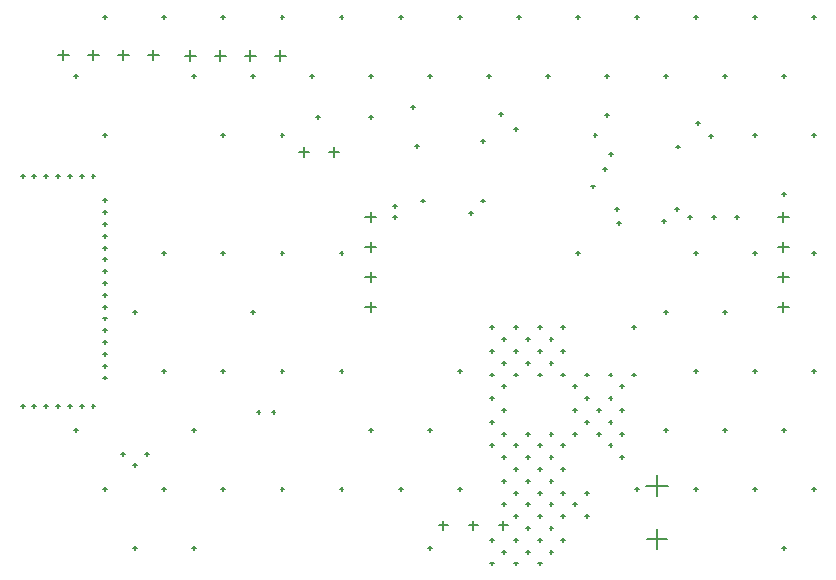
<source format=gbr>
%TF.GenerationSoftware,Altium Limited,Altium Designer,22.10.1 (41)*%
G04 Layer_Color=128*
%FSLAX45Y45*%
%MOMM*%
%TF.SameCoordinates,C9E4A285-3493-4599-8121-F693CE24ADE7*%
%TF.FilePolarity,Positive*%
%TF.FileFunction,Drillmap*%
%TF.Part,Single*%
G01*
G75*
%TA.AperFunction,NonConductor*%
%ADD48C,0.12700*%
D48*
X3573780Y693420D02*
X3649980D01*
X3611880Y655320D02*
Y731520D01*
X3827780Y693420D02*
X3903980D01*
X3865880Y655320D02*
Y731520D01*
X4081780Y693420D02*
X4157980D01*
X4119880Y655320D02*
Y731520D01*
X2952200Y2540000D02*
X3042200D01*
X2997200Y2495000D02*
Y2585000D01*
X2952200Y2794000D02*
X3042200D01*
X2997200Y2749000D02*
Y2839000D01*
X2952200Y3048000D02*
X3042200D01*
X2997200Y3003000D02*
Y3093000D01*
X2952200Y3302000D02*
X3042200D01*
X2997200Y3257000D02*
Y3347000D01*
X1425000Y4670000D02*
X1515000D01*
X1470000Y4625000D02*
Y4715000D01*
X1679000Y4670000D02*
X1769000D01*
X1724000Y4625000D02*
Y4715000D01*
X1933000Y4670000D02*
X2023000D01*
X1978000Y4625000D02*
Y4715000D01*
X2187000Y4670000D02*
X2277000D01*
X2232000Y4625000D02*
Y4715000D01*
X5330000Y1030000D02*
X5510000D01*
X5420000Y940000D02*
Y1120000D01*
X5335000Y580000D02*
X5505000D01*
X5420000Y495000D02*
Y665000D01*
X1110700Y4673600D02*
X1200700D01*
X1155700Y4628600D02*
Y4718600D01*
X856700Y4673600D02*
X946700D01*
X901700Y4628600D02*
Y4718600D01*
X602700Y4673600D02*
X692700D01*
X647700Y4628600D02*
Y4718600D01*
X348700Y4673600D02*
X438700D01*
X393700Y4628600D02*
Y4718600D01*
X2388320Y3853180D02*
X2478320D01*
X2433320Y3808180D02*
Y3898180D01*
X2642320Y3853180D02*
X2732320D01*
X2687320Y3808180D02*
Y3898180D01*
X6444700Y2540000D02*
X6534700D01*
X6489700Y2495000D02*
Y2585000D01*
X6444700Y2794000D02*
X6534700D01*
X6489700Y2749000D02*
Y2839000D01*
X6444700Y3048000D02*
X6534700D01*
X6489700Y3003000D02*
Y3093000D01*
X6444700Y3302000D02*
X6534700D01*
X6489700Y3257000D02*
Y3347000D01*
X5863600Y3987800D02*
X5896600D01*
X5880100Y3971300D02*
Y4004300D01*
X5749300Y4102100D02*
X5782300D01*
X5765800Y4085600D02*
Y4118600D01*
X4085600Y4178300D02*
X4118600D01*
X4102100Y4161800D02*
Y4194800D01*
X4212600Y4051300D02*
X4245600D01*
X4229100Y4034800D02*
Y4067800D01*
X5083500Y3250000D02*
X5116500D01*
X5100000Y3233500D02*
Y3266500D01*
X2983500Y4150000D02*
X3016500D01*
X3000000Y4133500D02*
Y4166500D01*
X2533500Y4150000D02*
X2566500D01*
X2550000Y4133500D02*
Y4166500D01*
X5583500Y3900000D02*
X5616500D01*
X5600000Y3883500D02*
Y3916500D01*
X3933500Y3950000D02*
X3966500D01*
X3950000Y3933500D02*
Y3966500D01*
X4883500Y4000000D02*
X4916500D01*
X4900000Y3983500D02*
Y4016500D01*
X6083500Y3300000D02*
X6116500D01*
X6100000Y3283500D02*
Y3316500D01*
X5883500Y3300000D02*
X5916500D01*
X5900000Y3283500D02*
Y3316500D01*
X5683500Y3300000D02*
X5716500D01*
X5700000Y3283500D02*
Y3316500D01*
X3183500Y3300000D02*
X3216500D01*
X3200000Y3283500D02*
Y3316500D01*
X3183500Y3400000D02*
X3216500D01*
X3200000Y3383500D02*
Y3416500D01*
X734274Y1944489D02*
X767274D01*
X750774Y1927989D02*
Y1960988D01*
X734274Y2044489D02*
X767274D01*
X750774Y2027989D02*
Y2060989D01*
X734274Y2144489D02*
X767274D01*
X750774Y2127989D02*
Y2160989D01*
X734274Y2244489D02*
X767274D01*
X750774Y2227989D02*
Y2260989D01*
X734274Y2344489D02*
X767274D01*
X750774Y2327989D02*
Y2360989D01*
X734274Y2444489D02*
X767274D01*
X750774Y2427989D02*
Y2460989D01*
X734274Y2544489D02*
X767274D01*
X750774Y2527989D02*
Y2560989D01*
X734274Y2644489D02*
X767274D01*
X750774Y2627989D02*
Y2660989D01*
X734274Y2744489D02*
X767274D01*
X750774Y2727989D02*
Y2760989D01*
X734274Y2844489D02*
X767274D01*
X750774Y2827989D02*
Y2860989D01*
X734274Y2944489D02*
X767274D01*
X750774Y2927989D02*
Y2960989D01*
X734274Y3044489D02*
X767274D01*
X750774Y3027989D02*
Y3060989D01*
X734274Y3144489D02*
X767274D01*
X750774Y3127989D02*
Y3160989D01*
X734274Y3244489D02*
X767274D01*
X750774Y3227989D02*
Y3260989D01*
X6733500Y5000000D02*
X6766500D01*
X6750000Y4983500D02*
Y5016500D01*
X6483500Y4500000D02*
X6516500D01*
X6500000Y4483500D02*
Y4516500D01*
X6733500Y4000000D02*
X6766500D01*
X6750000Y3983500D02*
Y4016500D01*
X6483500Y3500000D02*
X6516500D01*
X6500000Y3483500D02*
Y3516500D01*
X6733500Y3000000D02*
X6766500D01*
X6750000Y2983500D02*
Y3016500D01*
X6733500Y2000000D02*
X6766500D01*
X6750000Y1983500D02*
Y2016500D01*
X6483500Y1500000D02*
X6516500D01*
X6500000Y1483500D02*
Y1516500D01*
X6733500Y1000000D02*
X6766500D01*
X6750000Y983500D02*
Y1016500D01*
X6483500Y500000D02*
X6516500D01*
X6500000Y483500D02*
Y516500D01*
X6233500Y5000000D02*
X6266500D01*
X6250000Y4983500D02*
Y5016500D01*
X5983500Y4500000D02*
X6016500D01*
X6000000Y4483500D02*
Y4516500D01*
X6233500Y4000000D02*
X6266500D01*
X6250000Y3983500D02*
Y4016500D01*
X6233500Y3000000D02*
X6266500D01*
X6250000Y2983500D02*
Y3016500D01*
X5983500Y2500000D02*
X6016500D01*
X6000000Y2483500D02*
Y2516500D01*
X6233500Y2000000D02*
X6266500D01*
X6250000Y1983500D02*
Y2016500D01*
X5983500Y1500000D02*
X6016500D01*
X6000000Y1483500D02*
Y1516500D01*
X6233500Y1000000D02*
X6266500D01*
X6250000Y983500D02*
Y1016500D01*
X5733500Y5000000D02*
X5766500D01*
X5750000Y4983500D02*
Y5016500D01*
X5483500Y4500000D02*
X5516500D01*
X5500000Y4483500D02*
Y4516500D01*
X5733500Y3000000D02*
X5766500D01*
X5750000Y2983500D02*
Y3016500D01*
X5483500Y2500000D02*
X5516500D01*
X5500000Y2483500D02*
Y2516500D01*
X5733500Y2000000D02*
X5766500D01*
X5750000Y1983500D02*
Y2016500D01*
X5483500Y1500000D02*
X5516500D01*
X5500000Y1483500D02*
Y1516500D01*
X5733500Y1000000D02*
X5766500D01*
X5750000Y983500D02*
Y1016500D01*
X5233500Y5000000D02*
X5266500D01*
X5250000Y4983500D02*
Y5016500D01*
X4983500Y4500000D02*
X5016500D01*
X5000000Y4483500D02*
Y4516500D01*
X5233500Y1000000D02*
X5266500D01*
X5250000Y983500D02*
Y1016500D01*
X4733500Y5000000D02*
X4766500D01*
X4750000Y4983500D02*
Y5016500D01*
X4483500Y4500000D02*
X4516500D01*
X4500000Y4483500D02*
Y4516500D01*
X4733500Y3000000D02*
X4766500D01*
X4750000Y2983500D02*
Y3016500D01*
X4233500Y5000000D02*
X4266500D01*
X4250000Y4983500D02*
Y5016500D01*
X3983500Y4500000D02*
X4016500D01*
X4000000Y4483500D02*
Y4516500D01*
X3733500Y5000000D02*
X3766500D01*
X3750000Y4983500D02*
Y5016500D01*
X3483500Y4500000D02*
X3516500D01*
X3500000Y4483500D02*
Y4516500D01*
X3733500Y2000000D02*
X3766500D01*
X3750000Y1983500D02*
Y2016500D01*
X3483500Y1500000D02*
X3516500D01*
X3500000Y1483500D02*
Y1516500D01*
X3733500Y1000000D02*
X3766500D01*
X3750000Y983500D02*
Y1016500D01*
X3483500Y500000D02*
X3516500D01*
X3500000Y483500D02*
Y516500D01*
X3233500Y5000000D02*
X3266500D01*
X3250000Y4983500D02*
Y5016500D01*
X2983500Y4500000D02*
X3016500D01*
X3000000Y4483500D02*
Y4516500D01*
X2983500Y1500000D02*
X3016500D01*
X3000000Y1483500D02*
Y1516500D01*
X3233500Y1000000D02*
X3266500D01*
X3250000Y983500D02*
Y1016500D01*
X2733500Y5000000D02*
X2766500D01*
X2750000Y4983500D02*
Y5016500D01*
X2483500Y4500000D02*
X2516500D01*
X2500000Y4483500D02*
Y4516500D01*
X2733500Y3000000D02*
X2766500D01*
X2750000Y2983500D02*
Y3016500D01*
X2733500Y2000000D02*
X2766500D01*
X2750000Y1983500D02*
Y2016500D01*
X2733500Y1000000D02*
X2766500D01*
X2750000Y983500D02*
Y1016500D01*
X2233500Y5000000D02*
X2266500D01*
X2250000Y4983500D02*
Y5016500D01*
X1983500Y4500000D02*
X2016500D01*
X2000000Y4483500D02*
Y4516500D01*
X2233500Y4000000D02*
X2266500D01*
X2250000Y3983500D02*
Y4016500D01*
X2233500Y3000000D02*
X2266500D01*
X2250000Y2983500D02*
Y3016500D01*
X1983500Y2500000D02*
X2016500D01*
X2000000Y2483500D02*
Y2516500D01*
X2233500Y2000000D02*
X2266500D01*
X2250000Y1983500D02*
Y2016500D01*
X2233500Y1000000D02*
X2266500D01*
X2250000Y983500D02*
Y1016500D01*
X1733500Y5000000D02*
X1766500D01*
X1750000Y4983500D02*
Y5016500D01*
X1483500Y4500000D02*
X1516500D01*
X1500000Y4483500D02*
Y4516500D01*
X1733500Y4000000D02*
X1766500D01*
X1750000Y3983500D02*
Y4016500D01*
X1733500Y3000000D02*
X1766500D01*
X1750000Y2983500D02*
Y3016500D01*
X1733500Y2000000D02*
X1766500D01*
X1750000Y1983500D02*
Y2016500D01*
X1483500Y1500000D02*
X1516500D01*
X1500000Y1483500D02*
Y1516500D01*
X1733500Y1000000D02*
X1766500D01*
X1750000Y983500D02*
Y1016500D01*
X1483500Y500000D02*
X1516500D01*
X1500000Y483500D02*
Y516500D01*
X1233500Y5000000D02*
X1266500D01*
X1250000Y4983500D02*
Y5016500D01*
X1233500Y3000000D02*
X1266500D01*
X1250000Y2983500D02*
Y3016500D01*
X983500Y2500000D02*
X1016500D01*
X1000000Y2483500D02*
Y2516500D01*
X1233500Y2000000D02*
X1266500D01*
X1250000Y1983500D02*
Y2016500D01*
X1233500Y1000000D02*
X1266500D01*
X1250000Y983500D02*
Y1016500D01*
X983500Y500000D02*
X1016500D01*
X1000000Y483500D02*
Y516500D01*
X733500Y5000000D02*
X766500D01*
X750000Y4983500D02*
Y5016500D01*
X483500Y4500000D02*
X516500D01*
X500000Y4483500D02*
Y4516500D01*
X733500Y4000000D02*
X766500D01*
X750000Y3983500D02*
Y4016500D01*
X483500Y1500000D02*
X516500D01*
X500000Y1483500D02*
Y1516500D01*
X733500Y1000000D02*
X766500D01*
X750000Y983500D02*
Y1016500D01*
X734274Y3344489D02*
X767274D01*
X750774Y3327990D02*
Y3360989D01*
X734274Y3444489D02*
X767274D01*
X750774Y3427990D02*
Y3460989D01*
X633500Y3650000D02*
X666500D01*
X650000Y3633500D02*
Y3666500D01*
X533500Y3650000D02*
X566500D01*
X550000Y3633500D02*
Y3666500D01*
X433500Y3650000D02*
X466500D01*
X450000Y3633500D02*
Y3666500D01*
X333500Y3650000D02*
X366500D01*
X350000Y3633500D02*
Y3666500D01*
X233500Y3650000D02*
X266500D01*
X250000Y3633500D02*
Y3666500D01*
X33500Y3650000D02*
X66500D01*
X50000Y3633500D02*
Y3666500D01*
X133500Y3650000D02*
X166500D01*
X150000Y3633500D02*
Y3666500D01*
X633500Y1700000D02*
X666500D01*
X650000Y1683500D02*
Y1716500D01*
X533500Y1700000D02*
X566500D01*
X550000Y1683500D02*
Y1716500D01*
X433500Y1700000D02*
X466500D01*
X450000Y1683500D02*
Y1716500D01*
X333500Y1700000D02*
X366500D01*
X350000Y1683500D02*
Y1716500D01*
X233500Y1700000D02*
X266500D01*
X250000Y1683500D02*
Y1716500D01*
X33500Y1700000D02*
X66500D01*
X50000Y1683500D02*
Y1716500D01*
X133500Y1700000D02*
X166500D01*
X150000Y1683500D02*
Y1716500D01*
X4978500Y4167419D02*
X5011500D01*
X4995000Y4150919D02*
Y4183918D01*
X3340200Y4238539D02*
X3373200D01*
X3356700Y4222039D02*
Y4255038D01*
X5012700Y3833520D02*
X5045700D01*
X5029200Y3817020D02*
Y3850020D01*
X3374400Y3906520D02*
X3407400D01*
X3390900Y3890020D02*
Y3923020D01*
X3932030Y3442790D02*
X3965030D01*
X3948530Y3426290D02*
Y3459290D01*
X5570400Y3369860D02*
X5603400D01*
X5586900Y3353361D02*
Y3386360D01*
X5467360Y3267100D02*
X5500360D01*
X5483860Y3250600D02*
Y3283600D01*
X5064600Y3370140D02*
X5097600D01*
X5081100Y3353640D02*
Y3386640D01*
X3426300Y3443140D02*
X3459300D01*
X3442800Y3426640D02*
Y3459640D01*
X3829060Y3340100D02*
X3862060D01*
X3845560Y3323600D02*
Y3356600D01*
X4011002Y1769899D02*
X4044002D01*
X4027502Y1753399D02*
Y1786399D01*
X4011002Y1969899D02*
X4044002D01*
X4027502Y1953399D02*
Y1986399D01*
X4011002Y2169899D02*
X4044002D01*
X4027502Y2153399D02*
Y2186399D01*
X4011003Y2369899D02*
X4044002D01*
X4027502Y2353399D02*
Y2386399D01*
X4411002Y2369898D02*
X4444002D01*
X4427502Y2353398D02*
Y2386398D01*
X5211002Y2369897D02*
X5244001D01*
X5227502Y2353397D02*
Y2386397D01*
X5211001Y1969898D02*
X5244001D01*
X5227501Y1953398D02*
Y1986397D01*
X5011001Y1969898D02*
X5044001D01*
X5027501Y1953398D02*
Y1986398D01*
X5111000Y1269898D02*
X5144000D01*
X5127500Y1253398D02*
Y1286398D01*
X5111001Y1469898D02*
X5144000D01*
X5127501Y1453398D02*
Y1486398D01*
X5011001Y1369898D02*
X5044000D01*
X5027500Y1353398D02*
Y1386398D01*
X5011001Y1569898D02*
X5044001D01*
X5027501Y1553398D02*
Y1586398D01*
X5111001Y1669898D02*
X5144001D01*
X5127501Y1653398D02*
Y1686398D01*
X5111001Y1869898D02*
X5144001D01*
X5127501Y1853398D02*
Y1886398D01*
X4611002Y2169898D02*
X4644002D01*
X4627502Y2153398D02*
Y2186398D01*
X4611002Y2369898D02*
X4644002D01*
X4627502Y2353398D02*
Y2386398D01*
X4111002Y2269899D02*
X4144002D01*
X4127502Y2253399D02*
Y2286399D01*
X4111002Y2069899D02*
X4144002D01*
X4127502Y2053399D02*
Y2086399D01*
X4211003Y2369898D02*
X4244002D01*
X4227502Y2353399D02*
Y2386398D01*
X4211002Y2169899D02*
X4244002D01*
X4227502Y2153399D02*
Y2186398D01*
X4511002Y2269898D02*
X4544002D01*
X4527502Y2253398D02*
Y2286398D01*
X4311002Y2269898D02*
X4344002D01*
X4327502Y2253399D02*
Y2286398D01*
X4111002Y1869899D02*
X4144002D01*
X4127502Y1853399D02*
Y1886399D01*
X4111002Y1669899D02*
X4144001D01*
X4127502Y1653399D02*
Y1686399D01*
X4211002Y1969899D02*
X4244002D01*
X4227502Y1953399D02*
Y1986399D01*
X4311002Y2069899D02*
X4344002D01*
X4327502Y2053399D02*
Y2086398D01*
X4411002Y2169898D02*
X4444002D01*
X4427502Y2153399D02*
Y2186398D01*
X4411002Y1969899D02*
X4444002D01*
X4427502Y1953399D02*
Y1986398D01*
X4511002Y2069898D02*
X4544002D01*
X4527502Y2053398D02*
Y2086398D01*
X4811002Y1969898D02*
X4844001D01*
X4827501Y1953398D02*
Y1986398D01*
X4611002Y1969898D02*
X4644001D01*
X4627502Y1953398D02*
Y1986398D01*
X4711001Y1869898D02*
X4744001D01*
X4727501Y1853398D02*
Y1886398D01*
X4711001Y1669898D02*
X4744001D01*
X4727501Y1653399D02*
Y1686398D01*
X5011001Y1769898D02*
X5044001D01*
X5027501Y1753398D02*
Y1786398D01*
X4811001Y1769898D02*
X4844001D01*
X4827501Y1753398D02*
Y1786398D01*
X4911001Y1469898D02*
X4944001D01*
X4927501Y1453398D02*
Y1486398D01*
X4911001Y1669898D02*
X4944001D01*
X4927501Y1653398D02*
Y1686398D01*
X4811001Y1569898D02*
X4844001D01*
X4827501Y1553398D02*
Y1586398D01*
X4711001Y1469899D02*
X4744001D01*
X4727501Y1453399D02*
Y1486398D01*
X4511001Y1469899D02*
X4544001D01*
X4527501Y1453399D02*
Y1486399D01*
X4011002Y1569899D02*
X4044001D01*
X4027501Y1553399D02*
Y1586399D01*
X4311001Y1469899D02*
X4344001D01*
X4327501Y1453399D02*
Y1486399D01*
X4111001Y1469899D02*
X4144001D01*
X4127501Y1453399D02*
Y1486399D01*
X4611001Y1369899D02*
X4644001D01*
X4627501Y1353399D02*
Y1386399D01*
X4411001Y1369899D02*
X4444001D01*
X4427501Y1353399D02*
Y1386399D01*
X4211001Y1369899D02*
X4244001D01*
X4227501Y1353399D02*
Y1386399D01*
X4011001Y1369899D02*
X4044001D01*
X4027501Y1353400D02*
Y1386399D01*
X4611000Y969899D02*
X4644000D01*
X4627500Y953399D02*
Y986399D01*
X4611001Y1169899D02*
X4644000D01*
X4627501Y1153399D02*
Y1186399D01*
X4511001Y1269899D02*
X4544001D01*
X4527501Y1253399D02*
Y1286399D01*
X4311001Y1269899D02*
X4344001D01*
X4327501Y1253399D02*
Y1286399D01*
X4111001Y1269899D02*
X4144001D01*
X4127501Y1253400D02*
Y1286399D01*
X4111001Y1069900D02*
X4144001D01*
X4127501Y1053400D02*
Y1086399D01*
X4411001Y1169899D02*
X4444001D01*
X4427501Y1153399D02*
Y1186399D01*
X4211001Y1169899D02*
X4244001D01*
X4227501Y1153400D02*
Y1186399D01*
X4511001Y1069899D02*
X4544000D01*
X4527500Y1053399D02*
Y1086399D01*
X4311001Y1069899D02*
X4344000D01*
X4327501Y1053399D02*
Y1086399D01*
X4811000Y769899D02*
X4844000D01*
X4827500Y753399D02*
Y786399D01*
X4811000Y969899D02*
X4844000D01*
X4827500Y953399D02*
Y986399D01*
X4711000Y869899D02*
X4744000D01*
X4727500Y853399D02*
Y886399D01*
X4511000Y469899D02*
X4544000D01*
X4527500Y453400D02*
Y486399D01*
X4611000Y569899D02*
X4644000D01*
X4627500Y553399D02*
Y586399D01*
X4611000Y769899D02*
X4644000D01*
X4627500Y753399D02*
Y786399D01*
X4411000Y369900D02*
X4443999D01*
X4427500Y353400D02*
Y386400D01*
X4411000Y569900D02*
X4444000D01*
X4427500Y553400D02*
Y586399D01*
X4511000Y669899D02*
X4544000D01*
X4527500Y653400D02*
Y686399D01*
X4511000Y869899D02*
X4544000D01*
X4527500Y853399D02*
Y886399D01*
X4411001Y969899D02*
X4444000D01*
X4427500Y953399D02*
Y986399D01*
X4211001Y969900D02*
X4244000D01*
X4227501Y953400D02*
Y986399D01*
X4311001Y869899D02*
X4344000D01*
X4327500Y853400D02*
Y886399D01*
X4111001Y869900D02*
X4144000D01*
X4127501Y853400D02*
Y886400D01*
X4411000Y769899D02*
X4444000D01*
X4427500Y753400D02*
Y786399D01*
X4211000Y769900D02*
X4244000D01*
X4227500Y753400D02*
Y786399D01*
X4311000Y469900D02*
X4344000D01*
X4327500Y453400D02*
Y486400D01*
X4311000Y669900D02*
X4344000D01*
X4327500Y653400D02*
Y686399D01*
X4211000Y569900D02*
X4244000D01*
X4227500Y553400D02*
Y586400D01*
X4011000Y569900D02*
X4044000D01*
X4027500Y553400D02*
Y586400D01*
X4211000Y369900D02*
X4244000D01*
X4227500Y353400D02*
Y386400D01*
X4111000Y469900D02*
X4144000D01*
X4127500Y453400D02*
Y486400D01*
X4011000Y369900D02*
X4044000D01*
X4027500Y353400D02*
Y386400D01*
X4861840Y3562080D02*
X4894840D01*
X4878340Y3545580D02*
Y3578580D01*
X2157600Y1653680D02*
X2190600D01*
X2174100Y1637180D02*
Y1670180D01*
X4961900Y3708400D02*
X4994900D01*
X4978400Y3691900D02*
Y3724900D01*
X2030740Y1653540D02*
X2063740D01*
X2047240Y1637040D02*
Y1670040D01*
X1083500Y1299999D02*
X1116500D01*
X1100000Y1283500D02*
Y1316499D01*
X983500Y1200000D02*
X1016500D01*
X1000000Y1183500D02*
Y1216499D01*
X883500Y1300000D02*
X916500D01*
X900000Y1283500D02*
Y1316500D01*
%TF.MD5,cdcef3fd3cc4ee8aa965e3f1245c379a*%
M02*

</source>
